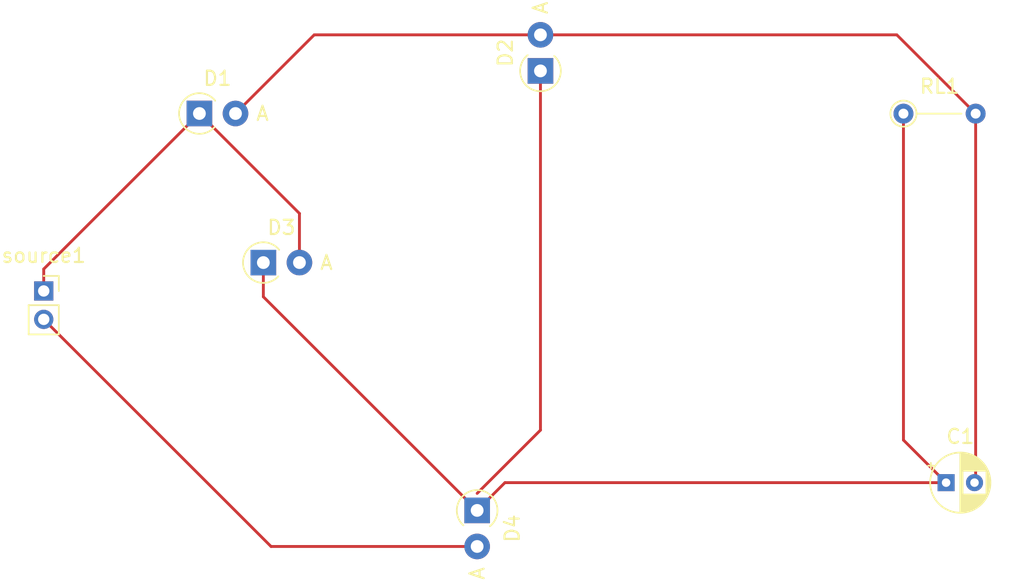
<source format=kicad_pcb>
(kicad_pcb (version 20240108) (generator "pcbnew") (generator_version "8.0")
  (layers (0 "F.Cu" signal) (31 "B.Cu" signal) (34 "B.Paste" user) (35 "F.Paste" user) (36 "B.SilkS" user "B.Silkscreen") (37 "F.SilkS" user "F.Silkscreen") (38 "B.Mask" user) (39 "F.Mask" user) (44 "Edge.Cuts" user))
  (net 0 "")
  (net 1 "Net-(D3-K)")
  (net 2 "Net-(D1-A)")
  (net 3 "Net-(D1-K)")
  (net 4 "Net-(D2-K)")
  (footprint "Resistor_THT:R_Axial_DIN0204_L3.6mm_D1.6mm_P5.08mm_Vertical" (layer "F.Cu") (at 143 57.01)
    (property "Reference" "RL1" (at 2.54 -1.92 0) (layer "F.SilkS"))
    (property "Value" "R")
    (fp_line (start 0.92 0) (end 4.08 0) (stroke (width 0.12)) (layer "F.SilkS"))
    (fp_circle (center 0 0) (end 0.92 0) (stroke (width 0.12)) (fill none) (layer "F.SilkS"))
    (pad "1" thru_hole circle (at 0 0) (size 1.4 1.4) (drill 0.7) (layers "*.Cu" "*.Mask") (net 1 "Net-(D3-K)"))
    (pad "2" thru_hole oval (at 5.08 0) (size 1.4 1.4) (drill 0.7) (layers "*.Cu" "*.Mask") (net 2 "Net-(D1-A)"))
  )
  (footprint "Connector_PinSocket_2.00mm:PinSocket_1x02_P2.00mm_Vertical" (layer "F.Cu") (at 82.5 69.5)
    (property "Reference" "source1" (at 0 -2.5 0) (layer "F.SilkS"))
    (property "Value" "Input")
    (fp_line (start -1.06 1) (end -1.06 3.06) (stroke (width 0.12)) (layer "F.SilkS"))
    (fp_line (start -1.06 1) (end 1.06 1) (stroke (width 0.12)) (layer "F.SilkS"))
    (fp_line (start -1.06 3.06) (end 1.06 3.06) (stroke (width 0.12)) (layer "F.SilkS"))
    (fp_line (start 0 -1.06) (end 1.06 -1.06) (stroke (width 0.12)) (layer "F.SilkS"))
    (fp_line (start 1.06 -1.06) (end 1.06 0) (stroke (width 0.12)) (layer "F.SilkS"))
    (fp_line (start 1.06 1) (end 1.06 3.06) (stroke (width 0.12)) (layer "F.SilkS"))
    (pad "1" thru_hole rect (at 0 0) (size 1.35 1.35) (drill 0.8) (layers "*.Cu" "*.Mask") (net 3 "Net-(D1-K)"))
    (pad "2" thru_hole oval (at 0 2) (size 1.35 1.35) (drill 0.8) (layers "*.Cu" "*.Mask") (net 4 "Net-(D2-K)"))
  )
  (footprint "Capacitor_THT:CP_Radial_D4.0mm_P2.00mm" (layer "F.Cu") (at 146 83)
    (property "Reference" "C1" (at 1 -3.25 0) (layer "F.SilkS"))
    (property "Value" "C_Polarized")
    (fp_line (start -1.269801 -1.195) (end -0.869801 -1.195) (stroke (width 0.12)) (layer "F.SilkS"))
    (fp_line (start -1.069801 -1.395) (end -1.069801 -0.995) (stroke (width 0.12)) (layer "F.SilkS"))
    (fp_line (start 1 -2.08) (end 1 2.08) (stroke (width 0.12)) (layer "F.SilkS"))
    (fp_line (start 1.04 -2.08) (end 1.04 2.08) (stroke (width 0.12)) (layer "F.SilkS"))
    (fp_line (start 1.08 -2.079) (end 1.08 2.079) (stroke (width 0.12)) (layer "F.SilkS"))
    (fp_line (start 1.12 -2.077) (end 1.12 2.077) (stroke (width 0.12)) (layer "F.SilkS"))
    (fp_line (start 1.16 -2.074) (end 1.16 2.074) (stroke (width 0.12)) (layer "F.SilkS"))
    (fp_line (start 1.2 -2.071) (end 1.2 -0.84) (stroke (width 0.12)) (layer "F.SilkS"))
    (fp_line (start 1.2 0.84) (end 1.2 2.071) (stroke (width 0.12)) (layer "F.SilkS"))
    (fp_line (start 1.24 -2.067) (end 1.24 -0.84) (stroke (width 0.12)) (layer "F.SilkS"))
    (fp_line (start 1.24 0.84) (end 1.24 2.067) (stroke (width 0.12)) (layer "F.SilkS"))
    (fp_line (start 1.28 -2.062) (end 1.28 -0.84) (stroke (width 0.12)) (layer "F.SilkS"))
    (fp_line (start 1.28 0.84) (end 1.28 2.062) (stroke (width 0.12)) (layer "F.SilkS"))
    (fp_line (start 1.32 -2.056) (end 1.32 -0.84) (stroke (width 0.12)) (layer "F.SilkS"))
    (fp_line (start 1.32 0.84) (end 1.32 2.056) (stroke (width 0.12)) (layer "F.SilkS"))
    (fp_line (start 1.36 -2.05) (end 1.36 -0.84) (stroke (width 0.12)) (layer "F.SilkS"))
    (fp_line (start 1.36 0.84) (end 1.36 2.05) (stroke (width 0.12)) (layer "F.SilkS"))
    (fp_line (start 1.4 -2.042) (end 1.4 -0.84) (stroke (width 0.12)) (layer "F.SilkS"))
    (fp_line (start 1.4 0.84) (end 1.4 2.042) (stroke (width 0.12)) (layer "F.SilkS"))
    (fp_line (start 1.44 -2.034) (end 1.44 -0.84) (stroke (width 0.12)) (layer "F.SilkS"))
    (fp_line (start 1.44 0.84) (end 1.44 2.034) (stroke (width 0.12)) (layer "F.SilkS"))
    (fp_line (start 1.48 -2.025) (end 1.48 -0.84) (stroke (width 0.12)) (layer "F.SilkS"))
    (fp_line (start 1.48 0.84) (end 1.48 2.025) (stroke (width 0.12)) (layer "F.SilkS"))
    (fp_line (start 1.52 -2.016) (end 1.52 -0.84) (stroke (width 0.12)) (layer "F.SilkS"))
    (fp_line (start 1.52 0.84) (end 1.52 2.016) (stroke (width 0.12)) (layer "F.SilkS"))
    (fp_line (start 1.56 -2.005) (end 1.56 -0.84) (stroke (width 0.12)) (layer "F.SilkS"))
    (fp_line (start 1.56 0.84) (end 1.56 2.005) (stroke (width 0.12)) (layer "F.SilkS"))
    (fp_line (start 1.6 -1.994) (end 1.6 -0.84) (stroke (width 0.12)) (layer "F.SilkS"))
    (fp_line (start 1.6 0.84) (end 1.6 1.994) (stroke (width 0.12)) (layer "F.SilkS"))
    (fp_line (start 1.64 -1.982) (end 1.64 -0.84) (stroke (width 0.12)) (layer "F.SilkS"))
    (fp_line (start 1.64 0.84) (end 1.64 1.982) (stroke (width 0.12)) (layer "F.SilkS"))
    (fp_line (start 1.68 -1.968) (end 1.68 -0.84) (stroke (width 0.12)) (layer "F.SilkS"))
    (fp_line (start 1.68 0.84) (end 1.68 1.968) (stroke (width 0.12)) (layer "F.SilkS"))
    (fp_line (start 1.721 -1.954) (end 1.721 -0.84) (stroke (width 0.12)) (layer "F.SilkS"))
    (fp_line (start 1.721 0.84) (end 1.721 1.954) (stroke (width 0.12)) (layer "F.SilkS"))
    (fp_line (start 1.761 -1.94) (end 1.761 -0.84) (stroke (width 0.12)) (layer "F.SilkS"))
    (fp_line (start 1.761 0.84) (end 1.761 1.94) (stroke (width 0.12)) (layer "F.SilkS"))
    (fp_line (start 1.801 -1.924) (end 1.801 -0.84) (stroke (width 0.12)) (layer "F.SilkS"))
    (fp_line (start 1.801 0.84) (end 1.801 1.924) (stroke (width 0.12)) (layer "F.SilkS"))
    (fp_line (start 1.841 -1.907) (end 1.841 -0.84) (stroke (width 0.12)) (layer "F.SilkS"))
    (fp_line (start 1.841 0.84) (end 1.841 1.907) (stroke (width 0.12)) (layer "F.SilkS"))
    (fp_line (start 1.881 -1.889) (end 1.881 -0.84) (stroke (width 0.12)) (layer "F.SilkS"))
    (fp_line (start 1.881 0.84) (end 1.881 1.889) (stroke (width 0.12)) (layer "F.SilkS"))
    (fp_line (start 1.921 -1.87) (end 1.921 -0.84) (stroke (width 0.12)) (layer "F.SilkS"))
    (fp_line (start 1.921 0.84) (end 1.921 1.87) (stroke (width 0.12)) (layer "F.SilkS"))
    (fp_line (start 1.961 -1.851) (end 1.961 -0.84) (stroke (width 0.12)) (layer "F.SilkS"))
    (fp_line (start 1.961 0.84) (end 1.961 1.851) (stroke (width 0.12)) (layer "F.SilkS"))
    (fp_line (start 2.001 -1.83) (end 2.001 -0.84) (stroke (width 0.12)) (layer "F.SilkS"))
    (fp_line (start 2.001 0.84) (end 2.001 1.83) (stroke (width 0.12)) (layer "F.SilkS"))
    (fp_line (start 2.041 -1.808) (end 2.041 -0.84) (stroke (width 0.12)) (layer "F.SilkS"))
    (fp_line (start 2.041 0.84) (end 2.041 1.808) (stroke (width 0.12)) (layer "F.SilkS"))
    (fp_line (start 2.081 -1.785) (end 2.081 -0.84) (stroke (width 0.12)) (layer "F.SilkS"))
    (fp_line (start 2.081 0.84) (end 2.081 1.785) (stroke (width 0.12)) (layer "F.SilkS"))
    (fp_line (start 2.121 -1.76) (end 2.121 -0.84) (stroke (width 0.12)) (layer "F.SilkS"))
    (fp_line (start 2.121 0.84) (end 2.121 1.76) (stroke (width 0.12)) (layer "F.SilkS"))
    (fp_line (start 2.161 -1.735) (end 2.161 -0.84) (stroke (width 0.12)) (layer "F.SilkS"))
    (fp_line (start 2.161 0.84) (end 2.161 1.735) (stroke (width 0.12)) (layer "F.SilkS"))
    (fp_line (start 2.201 -1.708) (end 2.201 -0.84) (stroke (width 0.12)) (layer "F.SilkS"))
    (fp_line (start 2.201 0.84) (end 2.201 1.708) (stroke (width 0.12)) (layer "F.SilkS"))
    (fp_line (start 2.241 -1.68) (end 2.241 -0.84) (stroke (width 0.12)) (layer "F.SilkS"))
    (fp_line (start 2.241 0.84) (end 2.241 1.68) (stroke (width 0.12)) (layer "F.SilkS"))
    (fp_line (start 2.281 -1.65) (end 2.281 -0.84) (stroke (width 0.12)) (layer "F.SilkS"))
    (fp_line (start 2.281 0.84) (end 2.281 1.65) (stroke (width 0.12)) (layer "F.SilkS"))
    (fp_line (start 2.321 -1.619) (end 2.321 -0.84) (stroke (width 0.12)) (layer "F.SilkS"))
    (fp_line (start 2.321 0.84) (end 2.321 1.619) (stroke (width 0.12)) (layer "F.SilkS"))
    (fp_line (start 2.361 -1.587) (end 2.361 -0.84) (stroke (width 0.12)) (layer "F.SilkS"))
    (fp_line (start 2.361 0.84) (end 2.361 1.587) (stroke (width 0.12)) (layer "F.SilkS"))
    (fp_line (start 2.401 -1.552) (end 2.401 -0.84) (stroke (width 0.12)) (layer "F.SilkS"))
    (fp_line (start 2.401 0.84) (end 2.401 1.552) (stroke (width 0.12)) (layer "F.SilkS"))
    (fp_line (start 2.441 -1.516) (end 2.441 -0.84) (stroke (width 0.12)) (layer "F.SilkS"))
    (fp_line (start 2.441 0.84) (end 2.441 1.516) (stroke (width 0.12)) (layer "F.SilkS"))
    (fp_line (start 2.481 -1.478) (end 2.481 -0.84) (stroke (width 0.12)) (layer "F.SilkS"))
    (fp_line (start 2.481 0.84) (end 2.481 1.478) (stroke (width 0.12)) (layer "F.SilkS"))
    (fp_line (start 2.521 -1.438) (end 2.521 -0.84) (stroke (width 0.12)) (layer "F.SilkS"))
    (fp_line (start 2.521 0.84) (end 2.521 1.438) (stroke (width 0.12)) (layer "F.SilkS"))
    (fp_line (start 2.561 -1.396) (end 2.561 -0.84) (stroke (width 0.12)) (layer "F.SilkS"))
    (fp_line (start 2.561 0.84) (end 2.561 1.396) (stroke (width 0.12)) (layer "F.SilkS"))
    (fp_line (start 2.601 -1.351) (end 2.601 -0.84) (stroke (width 0.12)) (layer "F.SilkS"))
    (fp_line (start 2.601 0.84) (end 2.601 1.351) (stroke (width 0.12)) (layer "F.SilkS"))
    (fp_line (start 2.641 -1.304) (end 2.641 -0.84) (stroke (width 0.12)) (layer "F.SilkS"))
    (fp_line (start 2.641 0.84) (end 2.641 1.304) (stroke (width 0.12)) (layer "F.SilkS"))
    (fp_line (start 2.681 -1.254) (end 2.681 -0.84) (stroke (width 0.12)) (layer "F.SilkS"))
    (fp_line (start 2.681 0.84) (end 2.681 1.254) (stroke (width 0.12)) (layer "F.SilkS"))
    (fp_line (start 2.721 -1.2) (end 2.721 -0.84) (stroke (width 0.12)) (layer "F.SilkS"))
    (fp_line (start 2.721 0.84) (end 2.721 1.2) (stroke (width 0.12)) (layer "F.SilkS"))
    (fp_line (start 2.761 -1.142) (end 2.761 -0.84) (stroke (width 0.12)) (layer "F.SilkS"))
    (fp_line (start 2.761 0.84) (end 2.761 1.142) (stroke (width 0.12)) (layer "F.SilkS"))
    (fp_line (start 2.801 -1.08) (end 2.801 -0.84) (stroke (width 0.12)) (layer "F.SilkS"))
    (fp_line (start 2.801 0.84) (end 2.801 1.08) (stroke (width 0.12)) (layer "F.SilkS"))
    (fp_line (start 2.841 -1.013) (end 2.841 1.013) (stroke (width 0.12)) (layer "F.SilkS"))
    (fp_line (start 2.881 -0.94) (end 2.881 0.94) (stroke (width 0.12)) (layer "F.SilkS"))
    (fp_line (start 2.921 -0.859) (end 2.921 0.859) (stroke (width 0.12)) (layer "F.SilkS"))
    (fp_line (start 2.961 -0.768) (end 2.961 0.768) (stroke (width 0.12)) (layer "F.SilkS"))
    (fp_line (start 3.001 -0.664) (end 3.001 0.664) (stroke (width 0.12)) (layer "F.SilkS"))
    (fp_line (start 3.041 -0.537) (end 3.041 0.537) (stroke (width 0.12)) (layer "F.SilkS"))
    (fp_line (start 3.081 -0.37) (end 3.081 0.37) (stroke (width 0.12)) (layer "F.SilkS"))
    (fp_circle (center 1 0) (end 3.12 0) (stroke (width 0.12)) (fill none) (layer "F.SilkS"))
    (pad "1" thru_hole rect (at 0 0) (size 1.2 1.2) (drill 0.6) (layers "*.Cu" "*.Mask") (net 1 "Net-(D3-K)"))
    (pad "2" thru_hole circle (at 2 0) (size 1.2 1.2) (drill 0.6) (layers "*.Cu" "*.Mask") (net 2 "Net-(D1-A)"))
  )
  (footprint "Diode_THT:D_A-405_P2.54mm_Vertical_AnodeUp" (layer "F.Cu") (at 93.455 57)
    (property "Reference" "D1" (at 1.27 -2.47 0) (layer "F.SilkS"))
    (property "Value" "D")
    (fp_arc (start 1.05385 0.968866) (mid -1.430816 -0.045469) (end 1.113239 -0.9) (stroke (width 0.12)) (layer "F.SilkS"))
    (fp_text user "A" (at 4.44 0 0) (layer "F.SilkS"))
    (pad "1" thru_hole rect (at 0 0) (size 1.8 1.8) (drill 0.9) (layers "*.Cu" "*.Mask") (net 3 "Net-(D1-K)"))
    (pad "2" thru_hole oval (at 2.54 0) (size 1.8 1.8) (drill 0.9) (layers "*.Cu" "*.Mask") (net 2 "Net-(D1-A)"))
  )
  (footprint "Diode_THT:D_A-405_P2.54mm_Vertical_AnodeUp" (layer "F.Cu") (at 113 84.955 -90)
    (property "Reference" "D4" (at 1.27 -2.47 90) (layer "F.SilkS"))
    (property "Value" "D")
    (fp_arc (start 1.05385 0.968866) (mid -1.430816 -0.045469) (end 1.113239 -0.9) (stroke (width 0.12)) (layer "F.SilkS"))
    (fp_text user "A" (at 4.44 0 90) (layer "F.SilkS"))
    (pad "1" thru_hole rect (at 0 0 270) (size 1.8 1.8) (drill 0.9) (layers "*.Cu" "*.Mask") (net 1 "Net-(D3-K)"))
    (pad "2" thru_hole oval (at 2.54 0 270) (size 1.8 1.8) (drill 0.9) (layers "*.Cu" "*.Mask") (net 4 "Net-(D2-K)"))
  )
  (footprint "Diode_THT:D_A-405_P2.54mm_Vertical_AnodeUp" (layer "F.Cu") (at 97.955 67.5)
    (property "Reference" "D3" (at 1.27 -2.47 0) (layer "F.SilkS"))
    (property "Value" "D")
    (fp_arc (start 1.05385 0.968866) (mid -1.430816 -0.045469) (end 1.113239 -0.9) (stroke (width 0.12)) (layer "F.SilkS"))
    (fp_text user "A" (at 4.44 0 0) (layer "F.SilkS"))
    (pad "1" thru_hole rect (at 0 0) (size 1.8 1.8) (drill 0.9) (layers "*.Cu" "*.Mask") (net 1 "Net-(D3-K)"))
    (pad "2" thru_hole oval (at 2.54 0) (size 1.8 1.8) (drill 0.9) (layers "*.Cu" "*.Mask") (net 3 "Net-(D1-K)"))
  )
  (footprint "Diode_THT:D_A-405_P2.54mm_Vertical_AnodeUp" (layer "F.Cu") (at 117.455 54 90)
    (property "Reference" "D2" (at 1.27 -2.47 -90) (layer "F.SilkS"))
    (property "Value" "D")
    (fp_arc (start 1.05385 0.968866) (mid -1.430816 -0.045469) (end 1.113239 -0.9) (stroke (width 0.12)) (layer "F.SilkS"))
    (fp_text user "A" (at 4.44 0 -90) (layer "F.SilkS"))
    (pad "1" thru_hole rect (at 0 0 90) (size 1.8 1.8) (drill 0.9) (layers "*.Cu" "*.Mask") (net 4 "Net-(D2-K)"))
    (pad "2" thru_hole oval (at 2.54 0 90) (size 1.8 1.8) (drill 0.9) (layers "*.Cu" "*.Mask") (net 2 "Net-(D1-A)"))
  )
  (segment (start 97.955 67.5) (end 97.955 69.91) (width 0.2) (layer "F.Cu") (net 1))
  (segment (start 114.955 83) (end 113 84.955) (width 0.2) (layer "F.Cu") (net 1))
  (segment (start 143 80) (end 146 83) (width 0.2) (layer "F.Cu") (net 1))
  (segment (start 97.955 69.91) (end 113 84.955) (width 0.2) (layer "F.Cu") (net 1))
  (segment (start 143 57.01) (end 143 80) (width 0.2) (layer "F.Cu") (net 1))
  (segment (start 146 83) (end 114.955 83) (width 0.2) (layer "F.Cu") (net 1))
  (segment (start 117.455 51.46) (end 101.535 51.46) (width 0.2) (layer "F.Cu") (net 2))
  (segment (start 101.535 51.46) (end 95.995 57) (width 0.2) (layer "F.Cu") (net 2))
  (segment (start 142.53 51.46) (end 148.08 57.01) (width 0.2) (layer "F.Cu") (net 2))
  (segment (start 148.08 57.01) (end 148.08 82.92) (width 0.2) (layer "F.Cu") (net 2))
  (segment (start 117.455 51.46) (end 142.53 51.46) (width 0.2) (layer "F.Cu") (net 2))
  (segment (start 148.08 82.92) (end 148 83) (width 0.2) (layer "F.Cu") (net 2))
  (segment (start 100.495 67.5) (end 100.495 64.04) (width 0.2) (layer "F.Cu") (net 3))
  (segment (start 82.5 69.5) (end 82.5 67.955) (width 0.2) (layer "F.Cu") (net 3))
  (segment (start 100.495 64.04) (end 93.455 57) (width 0.2) (layer "F.Cu") (net 3))
  (segment (start 82.5 67.955) (end 93.455 57) (width 0.2) (layer "F.Cu") (net 3))
  (segment (start 117.455 79.3) (end 113 83.755) (width 0.2) (layer "F.Cu") (net 4))
  (segment (start 117.455 54) (end 117.455 79.3) (width 0.2) (layer "F.Cu") (net 4))
  (segment (start 98.495 87.495) (end 113 87.495) (width 0.2) (layer "F.Cu") (net 4))
  (segment (start 82.5 71.5) (end 98.495 87.495) (width 0.2) (layer "F.Cu") (net 4))
)
</source>
